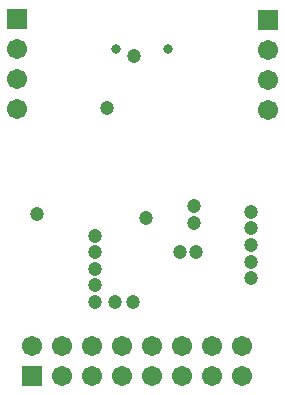
<source format=gbs>
%FSLAX44Y44*%
%MOMM*%
G71*
G01*
G75*
G04 Layer_Color=16711935*
%ADD10R,1.2000X1.2000*%
%ADD11R,1.0000X1.3000*%
%ADD12R,2.0000X5.5000*%
%ADD13O,0.5000X1.6500*%
%ADD14O,1.6500X0.5000*%
%ADD15R,1.3000X1.0000*%
%ADD16R,2.0000X2.5000*%
%ADD17R,0.5000X2.3000*%
%ADD18C,0.3000*%
%ADD19C,0.4000*%
%ADD20C,0.2000*%
%ADD21C,1.5000*%
%ADD22R,1.5000X1.5000*%
%ADD23R,1.5000X1.5000*%
%ADD24C,0.6000*%
%ADD25C,1.0000*%
%ADD26C,0.2500*%
%ADD27C,0.6000*%
%ADD28C,0.1800*%
%ADD29C,0.2032*%
%ADD30R,1.4032X1.4032*%
%ADD31R,1.2032X1.5032*%
%ADD32R,2.2032X5.7032*%
%ADD33O,0.7032X1.8532*%
%ADD34O,1.8532X0.7032*%
%ADD35R,1.5032X1.2032*%
%ADD36R,2.2032X2.7032*%
%ADD37R,0.7032X2.5032*%
%ADD38C,1.7032*%
%ADD39R,1.7032X1.7032*%
%ADD40R,1.7032X1.7032*%
%ADD41C,0.8032*%
%ADD42C,1.2032*%
D38*
X209550Y42910D02*
D03*
Y17510D02*
D03*
X184150Y42910D02*
D03*
Y17510D02*
D03*
X158750Y42910D02*
D03*
Y17510D02*
D03*
X133350Y42910D02*
D03*
Y17510D02*
D03*
X107950Y42910D02*
D03*
Y17510D02*
D03*
X82550Y42910D02*
D03*
Y17510D02*
D03*
X57150Y42910D02*
D03*
Y17510D02*
D03*
X31750Y42910D02*
D03*
X19050Y243000D02*
D03*
Y268400D02*
D03*
Y293800D02*
D03*
X231600Y242650D02*
D03*
Y268050D02*
D03*
Y293450D02*
D03*
D39*
X31750Y17510D02*
D03*
D40*
X19050Y319200D02*
D03*
X231600Y318850D02*
D03*
D41*
X103001Y293670D02*
D03*
X147000D02*
D03*
D42*
X36000Y154000D02*
D03*
X217000Y156000D02*
D03*
Y142000D02*
D03*
Y128000D02*
D03*
Y114000D02*
D03*
Y100000D02*
D03*
X169000Y147000D02*
D03*
Y161000D02*
D03*
X85000Y80000D02*
D03*
Y94000D02*
D03*
X128000Y151000D02*
D03*
X85000Y136000D02*
D03*
Y122000D02*
D03*
Y108000D02*
D03*
X157000Y122000D02*
D03*
X171000D02*
D03*
X102000Y80000D02*
D03*
X117000D02*
D03*
X118000Y288000D02*
D03*
X95000Y244000D02*
D03*
M02*

</source>
